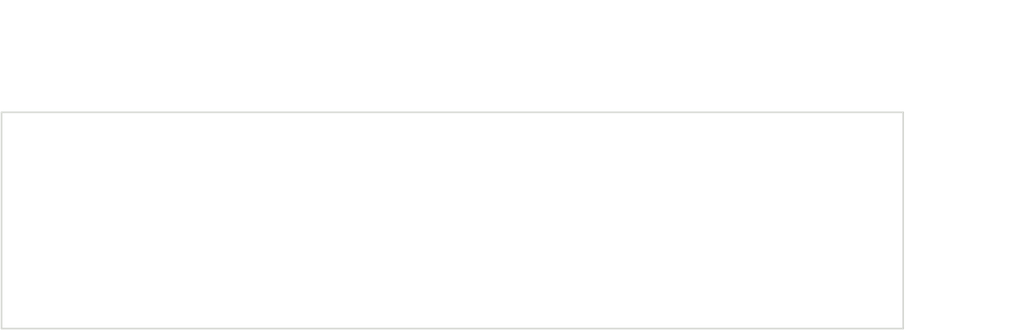
<source format=kicad_pcb>
(kicad_pcb (version 4) (host pcbnew 4.0.4-stable)

  (general
    (links 0)
    (no_connects 0)
    (area 126.416999 86.284999 213.435001 107.263001)
    (thickness 1.6)
    (drawings 6)
    (tracks 0)
    (zones 0)
    (modules 0)
    (nets 1)
  )

  (page A4)
  (layers
    (0 F.Cu signal)
    (31 B.Cu signal)
    (32 B.Adhes user)
    (33 F.Adhes user)
    (34 B.Paste user)
    (35 F.Paste user)
    (36 B.SilkS user)
    (37 F.SilkS user)
    (38 B.Mask user)
    (39 F.Mask user)
    (40 Dwgs.User user)
    (41 Cmts.User user)
    (42 Eco1.User user)
    (43 Eco2.User user)
    (44 Edge.Cuts user)
    (45 Margin user)
    (46 B.CrtYd user)
    (47 F.CrtYd user)
    (48 B.Fab user)
    (49 F.Fab user)
  )

  (setup
    (last_trace_width 0.25)
    (trace_clearance 0.2)
    (zone_clearance 0.508)
    (zone_45_only no)
    (trace_min 0.2)
    (segment_width 0.2)
    (edge_width 0.15)
    (via_size 0.6)
    (via_drill 0.4)
    (via_min_size 0.4)
    (via_min_drill 0.3)
    (uvia_size 0.3)
    (uvia_drill 0.1)
    (uvias_allowed no)
    (uvia_min_size 0.2)
    (uvia_min_drill 0.1)
    (pcb_text_width 0.3)
    (pcb_text_size 1.5 1.5)
    (mod_edge_width 0.15)
    (mod_text_size 1 1)
    (mod_text_width 0.15)
    (pad_size 1.524 1.524)
    (pad_drill 0.762)
    (pad_to_mask_clearance 0.2)
    (aux_axis_origin 0 0)
    (visible_elements FFFFFF7F)
    (pcbplotparams
      (layerselection 0x00030_80000001)
      (usegerberextensions false)
      (excludeedgelayer true)
      (linewidth 0.100000)
      (plotframeref false)
      (viasonmask false)
      (mode 1)
      (useauxorigin false)
      (hpglpennumber 1)
      (hpglpenspeed 20)
      (hpglpendiameter 15)
      (hpglpenoverlay 2)
      (psnegative false)
      (psa4output false)
      (plotreference true)
      (plotvalue true)
      (plotinvisibletext false)
      (padsonsilk false)
      (subtractmaskfromsilk false)
      (outputformat 1)
      (mirror false)
      (drillshape 1)
      (scaleselection 1)
      (outputdirectory ""))
  )

  (net 0 "")

  (net_class Default "This is the default net class."
    (clearance 0.2)
    (trace_width 0.25)
    (via_dia 0.6)
    (via_drill 0.4)
    (uvia_dia 0.3)
    (uvia_drill 0.1)
  )

  (gr_line (start 126.492 86.36) (end 213.36 86.36) (layer Edge.Cuts) (width 0.15))
  (gr_line (start 126.492 107.188) (end 126.492 86.36) (layer Edge.Cuts) (width 0.15))
  (gr_line (start 213.36 107.188) (end 126.492 107.188) (layer Edge.Cuts) (width 0.15))
  (gr_line (start 213.36 86.36) (end 213.36 107.188) (layer Edge.Cuts) (width 0.15))
  (dimension 20.828 (width 0.3) (layer Eco1.User)
    (gr_text "21 mm" (at 222.33 96.770258 270) (layer Eco1.User)
      (effects (font (size 1.5 1.5) (thickness 0.3)))
    )
    (feature1 (pts (xy 218.44 107.184258) (xy 223.68 107.184258)))
    (feature2 (pts (xy 218.44 86.356258) (xy 223.68 86.356258)))
    (crossbar (pts (xy 220.98 86.356258) (xy 220.98 107.184258)))
    (arrow1a (pts (xy 220.98 107.184258) (xy 220.393579 106.057754)))
    (arrow1b (pts (xy 220.98 107.184258) (xy 221.566421 106.057754)))
    (arrow2a (pts (xy 220.98 86.356258) (xy 220.393579 87.482762)))
    (arrow2b (pts (xy 220.98 86.356258) (xy 221.566421 87.482762)))
  )
  (dimension 86.868 (width 0.3) (layer Eco1.User)
    (gr_text "87 mm" (at 169.926 77.39) (layer Eco1.User)
      (effects (font (size 1.5 1.5) (thickness 0.3)))
    )
    (feature1 (pts (xy 126.492 81.28) (xy 126.492 76.04)))
    (feature2 (pts (xy 213.36 81.28) (xy 213.36 76.04)))
    (crossbar (pts (xy 213.36 78.74) (xy 126.492 78.74)))
    (arrow1a (pts (xy 126.492 78.74) (xy 127.618504 78.153579)))
    (arrow1b (pts (xy 126.492 78.74) (xy 127.618504 79.326421)))
    (arrow2a (pts (xy 213.36 78.74) (xy 212.233496 78.153579)))
    (arrow2b (pts (xy 213.36 78.74) (xy 212.233496 79.326421)))
  )

)

</source>
